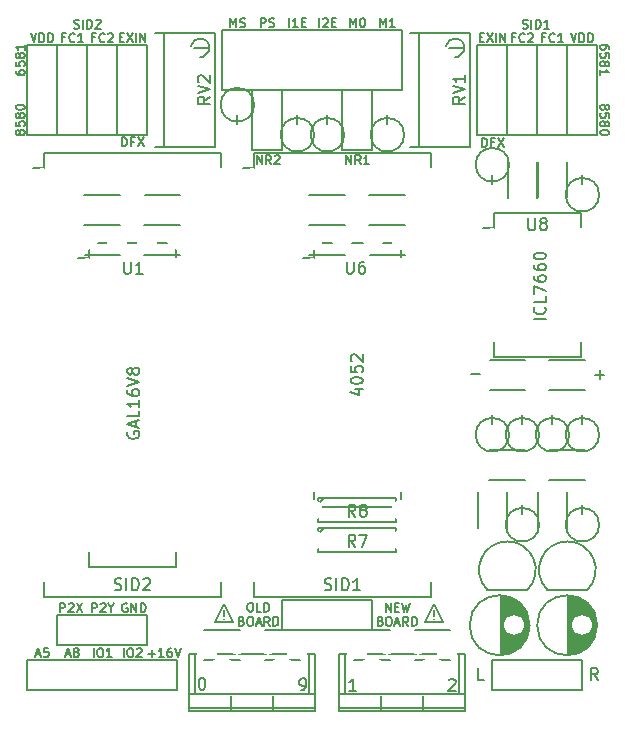
<source format=gto>
G04 #@! TF.FileFunction,Legend,Top*
%FSLAX46Y46*%
G04 Gerber Fmt 4.6, Leading zero omitted, Abs format (unit mm)*
G04 Created by KiCad (PCBNEW 4.0.0-rc2-stable) date 22.03.2016 15:32:23*
%MOMM*%
G01*
G04 APERTURE LIST*
%ADD10C,0.100000*%
%ADD11C,0.150000*%
%ADD12R,1.700000X1.700000*%
%ADD13C,1.700000*%
%ADD14C,1.797000*%
%ADD15O,2.000000X2.000000*%
%ADD16O,2.432000X2.940000*%
%ADD17O,1.299160X1.901140*%
%ADD18C,2.127200*%
%ADD19C,1.924000*%
%ADD20R,2.127200X2.127200*%
%ADD21O,2.127200X2.127200*%
G04 APERTURE END LIST*
D10*
D11*
X159863357Y-117849286D02*
X159863357Y-117099286D01*
X160291929Y-117849286D01*
X160291929Y-117099286D01*
X160649071Y-117456429D02*
X160899071Y-117456429D01*
X161006214Y-117849286D02*
X160649071Y-117849286D01*
X160649071Y-117099286D01*
X161006214Y-117099286D01*
X161256214Y-117099286D02*
X161434785Y-117849286D01*
X161577642Y-117313571D01*
X161720500Y-117849286D01*
X161899071Y-117099286D01*
X159434786Y-118656429D02*
X159541929Y-118692143D01*
X159577644Y-118727857D01*
X159613358Y-118799286D01*
X159613358Y-118906429D01*
X159577644Y-118977857D01*
X159541929Y-119013571D01*
X159470501Y-119049286D01*
X159184786Y-119049286D01*
X159184786Y-118299286D01*
X159434786Y-118299286D01*
X159506215Y-118335000D01*
X159541929Y-118370714D01*
X159577644Y-118442143D01*
X159577644Y-118513571D01*
X159541929Y-118585000D01*
X159506215Y-118620714D01*
X159434786Y-118656429D01*
X159184786Y-118656429D01*
X160077644Y-118299286D02*
X160220501Y-118299286D01*
X160291929Y-118335000D01*
X160363358Y-118406429D01*
X160399072Y-118549286D01*
X160399072Y-118799286D01*
X160363358Y-118942143D01*
X160291929Y-119013571D01*
X160220501Y-119049286D01*
X160077644Y-119049286D01*
X160006215Y-119013571D01*
X159934786Y-118942143D01*
X159899072Y-118799286D01*
X159899072Y-118549286D01*
X159934786Y-118406429D01*
X160006215Y-118335000D01*
X160077644Y-118299286D01*
X160684786Y-118835000D02*
X161041929Y-118835000D01*
X160613358Y-119049286D02*
X160863358Y-118299286D01*
X161113358Y-119049286D01*
X161791929Y-119049286D02*
X161541929Y-118692143D01*
X161363357Y-119049286D02*
X161363357Y-118299286D01*
X161649072Y-118299286D01*
X161720500Y-118335000D01*
X161756215Y-118370714D01*
X161791929Y-118442143D01*
X161791929Y-118549286D01*
X161756215Y-118620714D01*
X161720500Y-118656429D01*
X161649072Y-118692143D01*
X161363357Y-118692143D01*
X162113357Y-119049286D02*
X162113357Y-118299286D01*
X162291929Y-118299286D01*
X162399072Y-118335000D01*
X162470500Y-118406429D01*
X162506215Y-118477857D01*
X162541929Y-118620714D01*
X162541929Y-118727857D01*
X162506215Y-118870714D01*
X162470500Y-118942143D01*
X162399072Y-119013571D01*
X162291929Y-119049286D01*
X162113357Y-119049286D01*
X171468000Y-68439071D02*
X171575143Y-68474786D01*
X171753714Y-68474786D01*
X171825143Y-68439071D01*
X171860857Y-68403357D01*
X171896572Y-68331929D01*
X171896572Y-68260500D01*
X171860857Y-68189071D01*
X171825143Y-68153357D01*
X171753714Y-68117643D01*
X171610857Y-68081929D01*
X171539429Y-68046214D01*
X171503714Y-68010500D01*
X171468000Y-67939071D01*
X171468000Y-67867643D01*
X171503714Y-67796214D01*
X171539429Y-67760500D01*
X171610857Y-67724786D01*
X171789429Y-67724786D01*
X171896572Y-67760500D01*
X172218000Y-68474786D02*
X172218000Y-67724786D01*
X172575143Y-68474786D02*
X172575143Y-67724786D01*
X172753715Y-67724786D01*
X172860858Y-67760500D01*
X172932286Y-67831929D01*
X172968001Y-67903357D01*
X173003715Y-68046214D01*
X173003715Y-68153357D01*
X172968001Y-68296214D01*
X172932286Y-68367643D01*
X172860858Y-68439071D01*
X172753715Y-68474786D01*
X172575143Y-68474786D01*
X173718001Y-68474786D02*
X173289429Y-68474786D01*
X173503715Y-68474786D02*
X173503715Y-67724786D01*
X173432286Y-67831929D01*
X173360858Y-67903357D01*
X173289429Y-67939071D01*
X133495000Y-68439071D02*
X133602143Y-68474786D01*
X133780714Y-68474786D01*
X133852143Y-68439071D01*
X133887857Y-68403357D01*
X133923572Y-68331929D01*
X133923572Y-68260500D01*
X133887857Y-68189071D01*
X133852143Y-68153357D01*
X133780714Y-68117643D01*
X133637857Y-68081929D01*
X133566429Y-68046214D01*
X133530714Y-68010500D01*
X133495000Y-67939071D01*
X133495000Y-67867643D01*
X133530714Y-67796214D01*
X133566429Y-67760500D01*
X133637857Y-67724786D01*
X133816429Y-67724786D01*
X133923572Y-67760500D01*
X134245000Y-68474786D02*
X134245000Y-67724786D01*
X134602143Y-68474786D02*
X134602143Y-67724786D01*
X134780715Y-67724786D01*
X134887858Y-67760500D01*
X134959286Y-67831929D01*
X134995001Y-67903357D01*
X135030715Y-68046214D01*
X135030715Y-68153357D01*
X134995001Y-68296214D01*
X134959286Y-68367643D01*
X134887858Y-68439071D01*
X134780715Y-68474786D01*
X134602143Y-68474786D01*
X135316429Y-67796214D02*
X135352143Y-67760500D01*
X135423572Y-67724786D01*
X135602143Y-67724786D01*
X135673572Y-67760500D01*
X135709286Y-67796214D01*
X135745001Y-67867643D01*
X135745001Y-67939071D01*
X135709286Y-68046214D01*
X135280715Y-68474786D01*
X135745001Y-68474786D01*
X168035000Y-78507786D02*
X168035000Y-77757786D01*
X168213572Y-77757786D01*
X168320715Y-77793500D01*
X168392143Y-77864929D01*
X168427858Y-77936357D01*
X168463572Y-78079214D01*
X168463572Y-78186357D01*
X168427858Y-78329214D01*
X168392143Y-78400643D01*
X168320715Y-78472071D01*
X168213572Y-78507786D01*
X168035000Y-78507786D01*
X169035000Y-78114929D02*
X168785000Y-78114929D01*
X168785000Y-78507786D02*
X168785000Y-77757786D01*
X169142143Y-77757786D01*
X169356429Y-77757786D02*
X169856429Y-78507786D01*
X169856429Y-77757786D02*
X169356429Y-78507786D01*
X178460786Y-75057142D02*
X178496500Y-74985714D01*
X178532214Y-74949999D01*
X178603643Y-74914285D01*
X178639357Y-74914285D01*
X178710786Y-74949999D01*
X178746500Y-74985714D01*
X178782214Y-75057142D01*
X178782214Y-75199999D01*
X178746500Y-75271428D01*
X178710786Y-75307142D01*
X178639357Y-75342857D01*
X178603643Y-75342857D01*
X178532214Y-75307142D01*
X178496500Y-75271428D01*
X178460786Y-75199999D01*
X178460786Y-75057142D01*
X178425071Y-74985714D01*
X178389357Y-74949999D01*
X178317929Y-74914285D01*
X178175071Y-74914285D01*
X178103643Y-74949999D01*
X178067929Y-74985714D01*
X178032214Y-75057142D01*
X178032214Y-75199999D01*
X178067929Y-75271428D01*
X178103643Y-75307142D01*
X178175071Y-75342857D01*
X178317929Y-75342857D01*
X178389357Y-75307142D01*
X178425071Y-75271428D01*
X178460786Y-75199999D01*
X178782214Y-76021428D02*
X178782214Y-75664285D01*
X178425071Y-75628571D01*
X178460786Y-75664285D01*
X178496500Y-75735714D01*
X178496500Y-75914285D01*
X178460786Y-75985714D01*
X178425071Y-76021428D01*
X178353643Y-76057143D01*
X178175071Y-76057143D01*
X178103643Y-76021428D01*
X178067929Y-75985714D01*
X178032214Y-75914285D01*
X178032214Y-75735714D01*
X178067929Y-75664285D01*
X178103643Y-75628571D01*
X178460786Y-76485714D02*
X178496500Y-76414286D01*
X178532214Y-76378571D01*
X178603643Y-76342857D01*
X178639357Y-76342857D01*
X178710786Y-76378571D01*
X178746500Y-76414286D01*
X178782214Y-76485714D01*
X178782214Y-76628571D01*
X178746500Y-76700000D01*
X178710786Y-76735714D01*
X178639357Y-76771429D01*
X178603643Y-76771429D01*
X178532214Y-76735714D01*
X178496500Y-76700000D01*
X178460786Y-76628571D01*
X178460786Y-76485714D01*
X178425071Y-76414286D01*
X178389357Y-76378571D01*
X178317929Y-76342857D01*
X178175071Y-76342857D01*
X178103643Y-76378571D01*
X178067929Y-76414286D01*
X178032214Y-76485714D01*
X178032214Y-76628571D01*
X178067929Y-76700000D01*
X178103643Y-76735714D01*
X178175071Y-76771429D01*
X178317929Y-76771429D01*
X178389357Y-76735714D01*
X178425071Y-76700000D01*
X178460786Y-76628571D01*
X178782214Y-77235715D02*
X178782214Y-77307143D01*
X178746500Y-77378572D01*
X178710786Y-77414286D01*
X178639357Y-77450000D01*
X178496500Y-77485715D01*
X178317929Y-77485715D01*
X178175071Y-77450000D01*
X178103643Y-77414286D01*
X178067929Y-77378572D01*
X178032214Y-77307143D01*
X178032214Y-77235715D01*
X178067929Y-77164286D01*
X178103643Y-77128572D01*
X178175071Y-77092857D01*
X178317929Y-77057143D01*
X178496500Y-77057143D01*
X178639357Y-77092857D01*
X178710786Y-77128572D01*
X178746500Y-77164286D01*
X178782214Y-77235715D01*
X178782214Y-70191428D02*
X178782214Y-70048571D01*
X178746500Y-69977142D01*
X178710786Y-69941428D01*
X178603643Y-69869999D01*
X178460786Y-69834285D01*
X178175071Y-69834285D01*
X178103643Y-69869999D01*
X178067929Y-69905714D01*
X178032214Y-69977142D01*
X178032214Y-70119999D01*
X178067929Y-70191428D01*
X178103643Y-70227142D01*
X178175071Y-70262857D01*
X178353643Y-70262857D01*
X178425071Y-70227142D01*
X178460786Y-70191428D01*
X178496500Y-70119999D01*
X178496500Y-69977142D01*
X178460786Y-69905714D01*
X178425071Y-69869999D01*
X178353643Y-69834285D01*
X178782214Y-70941428D02*
X178782214Y-70584285D01*
X178425071Y-70548571D01*
X178460786Y-70584285D01*
X178496500Y-70655714D01*
X178496500Y-70834285D01*
X178460786Y-70905714D01*
X178425071Y-70941428D01*
X178353643Y-70977143D01*
X178175071Y-70977143D01*
X178103643Y-70941428D01*
X178067929Y-70905714D01*
X178032214Y-70834285D01*
X178032214Y-70655714D01*
X178067929Y-70584285D01*
X178103643Y-70548571D01*
X178460786Y-71405714D02*
X178496500Y-71334286D01*
X178532214Y-71298571D01*
X178603643Y-71262857D01*
X178639357Y-71262857D01*
X178710786Y-71298571D01*
X178746500Y-71334286D01*
X178782214Y-71405714D01*
X178782214Y-71548571D01*
X178746500Y-71620000D01*
X178710786Y-71655714D01*
X178639357Y-71691429D01*
X178603643Y-71691429D01*
X178532214Y-71655714D01*
X178496500Y-71620000D01*
X178460786Y-71548571D01*
X178460786Y-71405714D01*
X178425071Y-71334286D01*
X178389357Y-71298571D01*
X178317929Y-71262857D01*
X178175071Y-71262857D01*
X178103643Y-71298571D01*
X178067929Y-71334286D01*
X178032214Y-71405714D01*
X178032214Y-71548571D01*
X178067929Y-71620000D01*
X178103643Y-71655714D01*
X178175071Y-71691429D01*
X178317929Y-71691429D01*
X178389357Y-71655714D01*
X178425071Y-71620000D01*
X178460786Y-71548571D01*
X178032214Y-72405715D02*
X178032214Y-71977143D01*
X178032214Y-72191429D02*
X178782214Y-72191429D01*
X178675071Y-72120000D01*
X178603643Y-72048572D01*
X178567929Y-71977143D01*
X170825000Y-69224929D02*
X170575000Y-69224929D01*
X170575000Y-69617786D02*
X170575000Y-68867786D01*
X170932143Y-68867786D01*
X171646429Y-69546357D02*
X171610715Y-69582071D01*
X171503572Y-69617786D01*
X171432143Y-69617786D01*
X171325000Y-69582071D01*
X171253572Y-69510643D01*
X171217857Y-69439214D01*
X171182143Y-69296357D01*
X171182143Y-69189214D01*
X171217857Y-69046357D01*
X171253572Y-68974929D01*
X171325000Y-68903500D01*
X171432143Y-68867786D01*
X171503572Y-68867786D01*
X171610715Y-68903500D01*
X171646429Y-68939214D01*
X171932143Y-68939214D02*
X171967857Y-68903500D01*
X172039286Y-68867786D01*
X172217857Y-68867786D01*
X172289286Y-68903500D01*
X172325000Y-68939214D01*
X172360715Y-69010643D01*
X172360715Y-69082071D01*
X172325000Y-69189214D01*
X171896429Y-69617786D01*
X172360715Y-69617786D01*
X173365000Y-69224929D02*
X173115000Y-69224929D01*
X173115000Y-69617786D02*
X173115000Y-68867786D01*
X173472143Y-68867786D01*
X174186429Y-69546357D02*
X174150715Y-69582071D01*
X174043572Y-69617786D01*
X173972143Y-69617786D01*
X173865000Y-69582071D01*
X173793572Y-69510643D01*
X173757857Y-69439214D01*
X173722143Y-69296357D01*
X173722143Y-69189214D01*
X173757857Y-69046357D01*
X173793572Y-68974929D01*
X173865000Y-68903500D01*
X173972143Y-68867786D01*
X174043572Y-68867786D01*
X174150715Y-68903500D01*
X174186429Y-68939214D01*
X174900715Y-69617786D02*
X174472143Y-69617786D01*
X174686429Y-69617786D02*
X174686429Y-68867786D01*
X174615000Y-68974929D01*
X174543572Y-69046357D01*
X174472143Y-69082071D01*
X175530001Y-68867786D02*
X175780001Y-69617786D01*
X176030001Y-68867786D01*
X176280000Y-69617786D02*
X176280000Y-68867786D01*
X176458572Y-68867786D01*
X176565715Y-68903500D01*
X176637143Y-68974929D01*
X176672858Y-69046357D01*
X176708572Y-69189214D01*
X176708572Y-69296357D01*
X176672858Y-69439214D01*
X176637143Y-69510643D01*
X176565715Y-69582071D01*
X176458572Y-69617786D01*
X176280000Y-69617786D01*
X177030000Y-69617786D02*
X177030000Y-68867786D01*
X177208572Y-68867786D01*
X177315715Y-68903500D01*
X177387143Y-68974929D01*
X177422858Y-69046357D01*
X177458572Y-69189214D01*
X177458572Y-69296357D01*
X177422858Y-69439214D01*
X177387143Y-69510643D01*
X177315715Y-69582071D01*
X177208572Y-69617786D01*
X177030000Y-69617786D01*
X156533571Y-79968286D02*
X156533571Y-79218286D01*
X156962143Y-79968286D01*
X156962143Y-79218286D01*
X157747857Y-79968286D02*
X157497857Y-79611143D01*
X157319285Y-79968286D02*
X157319285Y-79218286D01*
X157605000Y-79218286D01*
X157676428Y-79254000D01*
X157712143Y-79289714D01*
X157747857Y-79361143D01*
X157747857Y-79468286D01*
X157712143Y-79539714D01*
X157676428Y-79575429D01*
X157605000Y-79611143D01*
X157319285Y-79611143D01*
X158462143Y-79968286D02*
X158033571Y-79968286D01*
X158247857Y-79968286D02*
X158247857Y-79218286D01*
X158176428Y-79325429D01*
X158105000Y-79396857D01*
X158033571Y-79432571D01*
X148977071Y-79968286D02*
X148977071Y-79218286D01*
X149405643Y-79968286D01*
X149405643Y-79218286D01*
X150191357Y-79968286D02*
X149941357Y-79611143D01*
X149762785Y-79968286D02*
X149762785Y-79218286D01*
X150048500Y-79218286D01*
X150119928Y-79254000D01*
X150155643Y-79289714D01*
X150191357Y-79361143D01*
X150191357Y-79468286D01*
X150155643Y-79539714D01*
X150119928Y-79575429D01*
X150048500Y-79611143D01*
X149762785Y-79611143D01*
X150477071Y-79289714D02*
X150512785Y-79254000D01*
X150584214Y-79218286D01*
X150762785Y-79218286D01*
X150834214Y-79254000D01*
X150869928Y-79289714D01*
X150905643Y-79361143D01*
X150905643Y-79432571D01*
X150869928Y-79539714D01*
X150441357Y-79968286D01*
X150905643Y-79968286D01*
X167820714Y-69224929D02*
X168070714Y-69224929D01*
X168177857Y-69617786D02*
X167820714Y-69617786D01*
X167820714Y-68867786D01*
X168177857Y-68867786D01*
X168427857Y-68867786D02*
X168927857Y-69617786D01*
X168927857Y-68867786D02*
X168427857Y-69617786D01*
X169213571Y-69617786D02*
X169213571Y-68867786D01*
X169570714Y-69617786D02*
X169570714Y-68867786D01*
X169999286Y-69617786D01*
X169999286Y-68867786D01*
X137555000Y-78444286D02*
X137555000Y-77694286D01*
X137733572Y-77694286D01*
X137840715Y-77730000D01*
X137912143Y-77801429D01*
X137947858Y-77872857D01*
X137983572Y-78015714D01*
X137983572Y-78122857D01*
X137947858Y-78265714D01*
X137912143Y-78337143D01*
X137840715Y-78408571D01*
X137733572Y-78444286D01*
X137555000Y-78444286D01*
X138555000Y-78051429D02*
X138305000Y-78051429D01*
X138305000Y-78444286D02*
X138305000Y-77694286D01*
X138662143Y-77694286D01*
X138876429Y-77694286D02*
X139376429Y-78444286D01*
X139376429Y-77694286D02*
X138876429Y-78444286D01*
X137340714Y-69224929D02*
X137590714Y-69224929D01*
X137697857Y-69617786D02*
X137340714Y-69617786D01*
X137340714Y-68867786D01*
X137697857Y-68867786D01*
X137947857Y-68867786D02*
X138447857Y-69617786D01*
X138447857Y-68867786D02*
X137947857Y-69617786D01*
X138733571Y-69617786D02*
X138733571Y-68867786D01*
X139090714Y-69617786D02*
X139090714Y-68867786D01*
X139519286Y-69617786D01*
X139519286Y-68867786D01*
X135265000Y-69224929D02*
X135015000Y-69224929D01*
X135015000Y-69617786D02*
X135015000Y-68867786D01*
X135372143Y-68867786D01*
X136086429Y-69546357D02*
X136050715Y-69582071D01*
X135943572Y-69617786D01*
X135872143Y-69617786D01*
X135765000Y-69582071D01*
X135693572Y-69510643D01*
X135657857Y-69439214D01*
X135622143Y-69296357D01*
X135622143Y-69189214D01*
X135657857Y-69046357D01*
X135693572Y-68974929D01*
X135765000Y-68903500D01*
X135872143Y-68867786D01*
X135943572Y-68867786D01*
X136050715Y-68903500D01*
X136086429Y-68939214D01*
X136372143Y-68939214D02*
X136407857Y-68903500D01*
X136479286Y-68867786D01*
X136657857Y-68867786D01*
X136729286Y-68903500D01*
X136765000Y-68939214D01*
X136800715Y-69010643D01*
X136800715Y-69082071D01*
X136765000Y-69189214D01*
X136336429Y-69617786D01*
X136800715Y-69617786D01*
X132725000Y-69224929D02*
X132475000Y-69224929D01*
X132475000Y-69617786D02*
X132475000Y-68867786D01*
X132832143Y-68867786D01*
X133546429Y-69546357D02*
X133510715Y-69582071D01*
X133403572Y-69617786D01*
X133332143Y-69617786D01*
X133225000Y-69582071D01*
X133153572Y-69510643D01*
X133117857Y-69439214D01*
X133082143Y-69296357D01*
X133082143Y-69189214D01*
X133117857Y-69046357D01*
X133153572Y-68974929D01*
X133225000Y-68903500D01*
X133332143Y-68867786D01*
X133403572Y-68867786D01*
X133510715Y-68903500D01*
X133546429Y-68939214D01*
X134260715Y-69617786D02*
X133832143Y-69617786D01*
X134046429Y-69617786D02*
X134046429Y-68867786D01*
X133975000Y-68974929D01*
X133903572Y-69046357D01*
X133832143Y-69082071D01*
X129810001Y-68867786D02*
X130060001Y-69617786D01*
X130310001Y-68867786D01*
X130560000Y-69617786D02*
X130560000Y-68867786D01*
X130738572Y-68867786D01*
X130845715Y-68903500D01*
X130917143Y-68974929D01*
X130952858Y-69046357D01*
X130988572Y-69189214D01*
X130988572Y-69296357D01*
X130952858Y-69439214D01*
X130917143Y-69510643D01*
X130845715Y-69582071D01*
X130738572Y-69617786D01*
X130560000Y-69617786D01*
X131310000Y-69617786D02*
X131310000Y-68867786D01*
X131488572Y-68867786D01*
X131595715Y-68903500D01*
X131667143Y-68974929D01*
X131702858Y-69046357D01*
X131738572Y-69189214D01*
X131738572Y-69296357D01*
X131702858Y-69439214D01*
X131667143Y-69510643D01*
X131595715Y-69582071D01*
X131488572Y-69617786D01*
X131310000Y-69617786D01*
X128879214Y-77342858D02*
X128843500Y-77414286D01*
X128807786Y-77450001D01*
X128736357Y-77485715D01*
X128700643Y-77485715D01*
X128629214Y-77450001D01*
X128593500Y-77414286D01*
X128557786Y-77342858D01*
X128557786Y-77200001D01*
X128593500Y-77128572D01*
X128629214Y-77092858D01*
X128700643Y-77057143D01*
X128736357Y-77057143D01*
X128807786Y-77092858D01*
X128843500Y-77128572D01*
X128879214Y-77200001D01*
X128879214Y-77342858D01*
X128914929Y-77414286D01*
X128950643Y-77450001D01*
X129022071Y-77485715D01*
X129164929Y-77485715D01*
X129236357Y-77450001D01*
X129272071Y-77414286D01*
X129307786Y-77342858D01*
X129307786Y-77200001D01*
X129272071Y-77128572D01*
X129236357Y-77092858D01*
X129164929Y-77057143D01*
X129022071Y-77057143D01*
X128950643Y-77092858D01*
X128914929Y-77128572D01*
X128879214Y-77200001D01*
X128557786Y-76378572D02*
X128557786Y-76735715D01*
X128914929Y-76771429D01*
X128879214Y-76735715D01*
X128843500Y-76664286D01*
X128843500Y-76485715D01*
X128879214Y-76414286D01*
X128914929Y-76378572D01*
X128986357Y-76342857D01*
X129164929Y-76342857D01*
X129236357Y-76378572D01*
X129272071Y-76414286D01*
X129307786Y-76485715D01*
X129307786Y-76664286D01*
X129272071Y-76735715D01*
X129236357Y-76771429D01*
X128879214Y-75914286D02*
X128843500Y-75985714D01*
X128807786Y-76021429D01*
X128736357Y-76057143D01*
X128700643Y-76057143D01*
X128629214Y-76021429D01*
X128593500Y-75985714D01*
X128557786Y-75914286D01*
X128557786Y-75771429D01*
X128593500Y-75700000D01*
X128629214Y-75664286D01*
X128700643Y-75628571D01*
X128736357Y-75628571D01*
X128807786Y-75664286D01*
X128843500Y-75700000D01*
X128879214Y-75771429D01*
X128879214Y-75914286D01*
X128914929Y-75985714D01*
X128950643Y-76021429D01*
X129022071Y-76057143D01*
X129164929Y-76057143D01*
X129236357Y-76021429D01*
X129272071Y-75985714D01*
X129307786Y-75914286D01*
X129307786Y-75771429D01*
X129272071Y-75700000D01*
X129236357Y-75664286D01*
X129164929Y-75628571D01*
X129022071Y-75628571D01*
X128950643Y-75664286D01*
X128914929Y-75700000D01*
X128879214Y-75771429D01*
X128557786Y-75164285D02*
X128557786Y-75092857D01*
X128593500Y-75021428D01*
X128629214Y-74985714D01*
X128700643Y-74950000D01*
X128843500Y-74914285D01*
X129022071Y-74914285D01*
X129164929Y-74950000D01*
X129236357Y-74985714D01*
X129272071Y-75021428D01*
X129307786Y-75092857D01*
X129307786Y-75164285D01*
X129272071Y-75235714D01*
X129236357Y-75271428D01*
X129164929Y-75307143D01*
X129022071Y-75342857D01*
X128843500Y-75342857D01*
X128700643Y-75307143D01*
X128629214Y-75271428D01*
X128593500Y-75235714D01*
X128557786Y-75164285D01*
X128557786Y-72048572D02*
X128557786Y-72191429D01*
X128593500Y-72262858D01*
X128629214Y-72298572D01*
X128736357Y-72370001D01*
X128879214Y-72405715D01*
X129164929Y-72405715D01*
X129236357Y-72370001D01*
X129272071Y-72334286D01*
X129307786Y-72262858D01*
X129307786Y-72120001D01*
X129272071Y-72048572D01*
X129236357Y-72012858D01*
X129164929Y-71977143D01*
X128986357Y-71977143D01*
X128914929Y-72012858D01*
X128879214Y-72048572D01*
X128843500Y-72120001D01*
X128843500Y-72262858D01*
X128879214Y-72334286D01*
X128914929Y-72370001D01*
X128986357Y-72405715D01*
X128557786Y-71298572D02*
X128557786Y-71655715D01*
X128914929Y-71691429D01*
X128879214Y-71655715D01*
X128843500Y-71584286D01*
X128843500Y-71405715D01*
X128879214Y-71334286D01*
X128914929Y-71298572D01*
X128986357Y-71262857D01*
X129164929Y-71262857D01*
X129236357Y-71298572D01*
X129272071Y-71334286D01*
X129307786Y-71405715D01*
X129307786Y-71584286D01*
X129272071Y-71655715D01*
X129236357Y-71691429D01*
X128879214Y-70834286D02*
X128843500Y-70905714D01*
X128807786Y-70941429D01*
X128736357Y-70977143D01*
X128700643Y-70977143D01*
X128629214Y-70941429D01*
X128593500Y-70905714D01*
X128557786Y-70834286D01*
X128557786Y-70691429D01*
X128593500Y-70620000D01*
X128629214Y-70584286D01*
X128700643Y-70548571D01*
X128736357Y-70548571D01*
X128807786Y-70584286D01*
X128843500Y-70620000D01*
X128879214Y-70691429D01*
X128879214Y-70834286D01*
X128914929Y-70905714D01*
X128950643Y-70941429D01*
X129022071Y-70977143D01*
X129164929Y-70977143D01*
X129236357Y-70941429D01*
X129272071Y-70905714D01*
X129307786Y-70834286D01*
X129307786Y-70691429D01*
X129272071Y-70620000D01*
X129236357Y-70584286D01*
X129164929Y-70548571D01*
X129022071Y-70548571D01*
X128950643Y-70584286D01*
X128914929Y-70620000D01*
X128879214Y-70691429D01*
X129307786Y-69834285D02*
X129307786Y-70262857D01*
X129307786Y-70048571D02*
X128557786Y-70048571D01*
X128664929Y-70120000D01*
X128736357Y-70191428D01*
X128772071Y-70262857D01*
X137985572Y-117163500D02*
X137914143Y-117127786D01*
X137807000Y-117127786D01*
X137699857Y-117163500D01*
X137628429Y-117234929D01*
X137592714Y-117306357D01*
X137557000Y-117449214D01*
X137557000Y-117556357D01*
X137592714Y-117699214D01*
X137628429Y-117770643D01*
X137699857Y-117842071D01*
X137807000Y-117877786D01*
X137878429Y-117877786D01*
X137985572Y-117842071D01*
X138021286Y-117806357D01*
X138021286Y-117556357D01*
X137878429Y-117556357D01*
X138342714Y-117877786D02*
X138342714Y-117127786D01*
X138771286Y-117877786D01*
X138771286Y-117127786D01*
X139128428Y-117877786D02*
X139128428Y-117127786D01*
X139307000Y-117127786D01*
X139414143Y-117163500D01*
X139485571Y-117234929D01*
X139521286Y-117306357D01*
X139557000Y-117449214D01*
X139557000Y-117556357D01*
X139521286Y-117699214D01*
X139485571Y-117770643D01*
X139414143Y-117842071D01*
X139307000Y-117877786D01*
X139128428Y-117877786D01*
X135015000Y-117877786D02*
X135015000Y-117127786D01*
X135300715Y-117127786D01*
X135372143Y-117163500D01*
X135407858Y-117199214D01*
X135443572Y-117270643D01*
X135443572Y-117377786D01*
X135407858Y-117449214D01*
X135372143Y-117484929D01*
X135300715Y-117520643D01*
X135015000Y-117520643D01*
X135729286Y-117199214D02*
X135765000Y-117163500D01*
X135836429Y-117127786D01*
X136015000Y-117127786D01*
X136086429Y-117163500D01*
X136122143Y-117199214D01*
X136157858Y-117270643D01*
X136157858Y-117342071D01*
X136122143Y-117449214D01*
X135693572Y-117877786D01*
X136157858Y-117877786D01*
X136622144Y-117520643D02*
X136622144Y-117877786D01*
X136372144Y-117127786D02*
X136622144Y-117520643D01*
X136872144Y-117127786D01*
X132312285Y-117877786D02*
X132312285Y-117127786D01*
X132598000Y-117127786D01*
X132669428Y-117163500D01*
X132705143Y-117199214D01*
X132740857Y-117270643D01*
X132740857Y-117377786D01*
X132705143Y-117449214D01*
X132669428Y-117484929D01*
X132598000Y-117520643D01*
X132312285Y-117520643D01*
X133026571Y-117199214D02*
X133062285Y-117163500D01*
X133133714Y-117127786D01*
X133312285Y-117127786D01*
X133383714Y-117163500D01*
X133419428Y-117199214D01*
X133455143Y-117270643D01*
X133455143Y-117342071D01*
X133419428Y-117449214D01*
X132990857Y-117877786D01*
X133455143Y-117877786D01*
X133705143Y-117127786D02*
X134205143Y-117877786D01*
X134205143Y-117127786D02*
X133705143Y-117877786D01*
X139775571Y-121402071D02*
X140347000Y-121402071D01*
X140061286Y-121687786D02*
X140061286Y-121116357D01*
X141097000Y-121687786D02*
X140668428Y-121687786D01*
X140882714Y-121687786D02*
X140882714Y-120937786D01*
X140811285Y-121044929D01*
X140739857Y-121116357D01*
X140668428Y-121152071D01*
X141739857Y-120937786D02*
X141597000Y-120937786D01*
X141525571Y-120973500D01*
X141489857Y-121009214D01*
X141418428Y-121116357D01*
X141382714Y-121259214D01*
X141382714Y-121544929D01*
X141418428Y-121616357D01*
X141454143Y-121652071D01*
X141525571Y-121687786D01*
X141668428Y-121687786D01*
X141739857Y-121652071D01*
X141775571Y-121616357D01*
X141811286Y-121544929D01*
X141811286Y-121366357D01*
X141775571Y-121294929D01*
X141739857Y-121259214D01*
X141668428Y-121223500D01*
X141525571Y-121223500D01*
X141454143Y-121259214D01*
X141418428Y-121294929D01*
X141382714Y-121366357D01*
X142025572Y-120937786D02*
X142275572Y-121687786D01*
X142525572Y-120937786D01*
X137680000Y-121687786D02*
X137680000Y-120937786D01*
X138180001Y-120937786D02*
X138322858Y-120937786D01*
X138394286Y-120973500D01*
X138465715Y-121044929D01*
X138501429Y-121187786D01*
X138501429Y-121437786D01*
X138465715Y-121580643D01*
X138394286Y-121652071D01*
X138322858Y-121687786D01*
X138180001Y-121687786D01*
X138108572Y-121652071D01*
X138037143Y-121580643D01*
X138001429Y-121437786D01*
X138001429Y-121187786D01*
X138037143Y-121044929D01*
X138108572Y-120973500D01*
X138180001Y-120937786D01*
X138787143Y-121009214D02*
X138822857Y-120973500D01*
X138894286Y-120937786D01*
X139072857Y-120937786D01*
X139144286Y-120973500D01*
X139180000Y-121009214D01*
X139215715Y-121080643D01*
X139215715Y-121152071D01*
X139180000Y-121259214D01*
X138751429Y-121687786D01*
X139215715Y-121687786D01*
X135140000Y-121687786D02*
X135140000Y-120937786D01*
X135640001Y-120937786D02*
X135782858Y-120937786D01*
X135854286Y-120973500D01*
X135925715Y-121044929D01*
X135961429Y-121187786D01*
X135961429Y-121437786D01*
X135925715Y-121580643D01*
X135854286Y-121652071D01*
X135782858Y-121687786D01*
X135640001Y-121687786D01*
X135568572Y-121652071D01*
X135497143Y-121580643D01*
X135461429Y-121437786D01*
X135461429Y-121187786D01*
X135497143Y-121044929D01*
X135568572Y-120973500D01*
X135640001Y-120937786D01*
X136675715Y-121687786D02*
X136247143Y-121687786D01*
X136461429Y-121687786D02*
X136461429Y-120937786D01*
X136390000Y-121044929D01*
X136318572Y-121116357D01*
X136247143Y-121152071D01*
X132814286Y-121473500D02*
X133171429Y-121473500D01*
X132742858Y-121687786D02*
X132992858Y-120937786D01*
X133242858Y-121687786D01*
X133600000Y-121259214D02*
X133528572Y-121223500D01*
X133492857Y-121187786D01*
X133457143Y-121116357D01*
X133457143Y-121080643D01*
X133492857Y-121009214D01*
X133528572Y-120973500D01*
X133600000Y-120937786D01*
X133742857Y-120937786D01*
X133814286Y-120973500D01*
X133850000Y-121009214D01*
X133885715Y-121080643D01*
X133885715Y-121116357D01*
X133850000Y-121187786D01*
X133814286Y-121223500D01*
X133742857Y-121259214D01*
X133600000Y-121259214D01*
X133528572Y-121294929D01*
X133492857Y-121330643D01*
X133457143Y-121402071D01*
X133457143Y-121544929D01*
X133492857Y-121616357D01*
X133528572Y-121652071D01*
X133600000Y-121687786D01*
X133742857Y-121687786D01*
X133814286Y-121652071D01*
X133850000Y-121616357D01*
X133885715Y-121544929D01*
X133885715Y-121402071D01*
X133850000Y-121330643D01*
X133814286Y-121294929D01*
X133742857Y-121259214D01*
X130274286Y-121473500D02*
X130631429Y-121473500D01*
X130202858Y-121687786D02*
X130452858Y-120937786D01*
X130702858Y-121687786D01*
X131310000Y-120937786D02*
X130952857Y-120937786D01*
X130917143Y-121294929D01*
X130952857Y-121259214D01*
X131024286Y-121223500D01*
X131202857Y-121223500D01*
X131274286Y-121259214D01*
X131310000Y-121294929D01*
X131345715Y-121366357D01*
X131345715Y-121544929D01*
X131310000Y-121616357D01*
X131274286Y-121652071D01*
X131202857Y-121687786D01*
X131024286Y-121687786D01*
X130952857Y-121652071D01*
X130917143Y-121616357D01*
X159412857Y-68347786D02*
X159412857Y-67597786D01*
X159662857Y-68133500D01*
X159912857Y-67597786D01*
X159912857Y-68347786D01*
X160662858Y-68347786D02*
X160234286Y-68347786D01*
X160448572Y-68347786D02*
X160448572Y-67597786D01*
X160377143Y-67704929D01*
X160305715Y-67776357D01*
X160234286Y-67812071D01*
X156872857Y-68347786D02*
X156872857Y-67597786D01*
X157122857Y-68133500D01*
X157372857Y-67597786D01*
X157372857Y-68347786D01*
X157872858Y-67597786D02*
X157944286Y-67597786D01*
X158015715Y-67633500D01*
X158051429Y-67669214D01*
X158087143Y-67740643D01*
X158122858Y-67883500D01*
X158122858Y-68062071D01*
X158087143Y-68204929D01*
X158051429Y-68276357D01*
X158015715Y-68312071D01*
X157944286Y-68347786D01*
X157872858Y-68347786D01*
X157801429Y-68312071D01*
X157765715Y-68276357D01*
X157730000Y-68204929D01*
X157694286Y-68062071D01*
X157694286Y-67883500D01*
X157730000Y-67740643D01*
X157765715Y-67669214D01*
X157801429Y-67633500D01*
X157872858Y-67597786D01*
X154243571Y-68347786D02*
X154243571Y-67597786D01*
X154565000Y-67669214D02*
X154600714Y-67633500D01*
X154672143Y-67597786D01*
X154850714Y-67597786D01*
X154922143Y-67633500D01*
X154957857Y-67669214D01*
X154993572Y-67740643D01*
X154993572Y-67812071D01*
X154957857Y-67919214D01*
X154529286Y-68347786D01*
X154993572Y-68347786D01*
X155315000Y-67954929D02*
X155565000Y-67954929D01*
X155672143Y-68347786D02*
X155315000Y-68347786D01*
X155315000Y-67597786D01*
X155672143Y-67597786D01*
X151703571Y-68347786D02*
X151703571Y-67597786D01*
X152453572Y-68347786D02*
X152025000Y-68347786D01*
X152239286Y-68347786D02*
X152239286Y-67597786D01*
X152167857Y-67704929D01*
X152096429Y-67776357D01*
X152025000Y-67812071D01*
X152775000Y-67954929D02*
X153025000Y-67954929D01*
X153132143Y-68347786D02*
X152775000Y-68347786D01*
X152775000Y-67597786D01*
X153132143Y-67597786D01*
X149306428Y-68347786D02*
X149306428Y-67597786D01*
X149592143Y-67597786D01*
X149663571Y-67633500D01*
X149699286Y-67669214D01*
X149735000Y-67740643D01*
X149735000Y-67847786D01*
X149699286Y-67919214D01*
X149663571Y-67954929D01*
X149592143Y-67990643D01*
X149306428Y-67990643D01*
X150020714Y-68312071D02*
X150127857Y-68347786D01*
X150306428Y-68347786D01*
X150377857Y-68312071D01*
X150413571Y-68276357D01*
X150449286Y-68204929D01*
X150449286Y-68133500D01*
X150413571Y-68062071D01*
X150377857Y-68026357D01*
X150306428Y-67990643D01*
X150163571Y-67954929D01*
X150092143Y-67919214D01*
X150056428Y-67883500D01*
X150020714Y-67812071D01*
X150020714Y-67740643D01*
X150056428Y-67669214D01*
X150092143Y-67633500D01*
X150163571Y-67597786D01*
X150342143Y-67597786D01*
X150449286Y-67633500D01*
X146712857Y-68347786D02*
X146712857Y-67597786D01*
X146962857Y-68133500D01*
X147212857Y-67597786D01*
X147212857Y-68347786D01*
X147534286Y-68312071D02*
X147641429Y-68347786D01*
X147820000Y-68347786D01*
X147891429Y-68312071D01*
X147927143Y-68276357D01*
X147962858Y-68204929D01*
X147962858Y-68133500D01*
X147927143Y-68062071D01*
X147891429Y-68026357D01*
X147820000Y-67990643D01*
X147677143Y-67954929D01*
X147605715Y-67919214D01*
X147570000Y-67883500D01*
X147534286Y-67812071D01*
X147534286Y-67740643D01*
X147570000Y-67669214D01*
X147605715Y-67633500D01*
X147677143Y-67597786D01*
X147855715Y-67597786D01*
X147962858Y-67633500D01*
X177855524Y-123642381D02*
X177522190Y-123166190D01*
X177284095Y-123642381D02*
X177284095Y-122642381D01*
X177665048Y-122642381D01*
X177760286Y-122690000D01*
X177807905Y-122737619D01*
X177855524Y-122832857D01*
X177855524Y-122975714D01*
X177807905Y-123070952D01*
X177760286Y-123118571D01*
X177665048Y-123166190D01*
X177284095Y-123166190D01*
X168203524Y-123642381D02*
X167727333Y-123642381D01*
X167727333Y-122642381D01*
X144275181Y-123455181D02*
X144370420Y-123455181D01*
X144465658Y-123502800D01*
X144513277Y-123550419D01*
X144560896Y-123645657D01*
X144608515Y-123836133D01*
X144608515Y-124074229D01*
X144560896Y-124264705D01*
X144513277Y-124359943D01*
X144465658Y-124407562D01*
X144370420Y-124455181D01*
X144275181Y-124455181D01*
X144179943Y-124407562D01*
X144132324Y-124359943D01*
X144084705Y-124264705D01*
X144037086Y-124074229D01*
X144037086Y-123836133D01*
X144084705Y-123645657D01*
X144132324Y-123550419D01*
X144179943Y-123502800D01*
X144275181Y-123455181D01*
X157359315Y-124556781D02*
X156787886Y-124556781D01*
X157073600Y-124556781D02*
X157073600Y-123556781D01*
X156978362Y-123699638D01*
X156883124Y-123794876D01*
X156787886Y-123842495D01*
X165220686Y-123652019D02*
X165268305Y-123604400D01*
X165363543Y-123556781D01*
X165601639Y-123556781D01*
X165696877Y-123604400D01*
X165744496Y-123652019D01*
X165792115Y-123747257D01*
X165792115Y-123842495D01*
X165744496Y-123985352D01*
X165173067Y-124556781D01*
X165792115Y-124556781D01*
X152666724Y-124505981D02*
X152857200Y-124505981D01*
X152952439Y-124458362D01*
X153000058Y-124410743D01*
X153095296Y-124267886D01*
X153142915Y-124077410D01*
X153142915Y-123696457D01*
X153095296Y-123601219D01*
X153047677Y-123553600D01*
X152952439Y-123505981D01*
X152761962Y-123505981D01*
X152666724Y-123553600D01*
X152619105Y-123601219D01*
X152571486Y-123696457D01*
X152571486Y-123934552D01*
X152619105Y-124029790D01*
X152666724Y-124077410D01*
X152761962Y-124125029D01*
X152952439Y-124125029D01*
X153047677Y-124077410D01*
X153095296Y-124029790D01*
X153142915Y-123934552D01*
X167106648Y-97759829D02*
X167868553Y-97759829D01*
X177622248Y-97810629D02*
X178384153Y-97810629D01*
X178003201Y-98191581D02*
X178003201Y-97429676D01*
X148348001Y-117099286D02*
X148490858Y-117099286D01*
X148562286Y-117135000D01*
X148633715Y-117206429D01*
X148669429Y-117349286D01*
X148669429Y-117599286D01*
X148633715Y-117742143D01*
X148562286Y-117813571D01*
X148490858Y-117849286D01*
X148348001Y-117849286D01*
X148276572Y-117813571D01*
X148205143Y-117742143D01*
X148169429Y-117599286D01*
X148169429Y-117349286D01*
X148205143Y-117206429D01*
X148276572Y-117135000D01*
X148348001Y-117099286D01*
X149348000Y-117849286D02*
X148990857Y-117849286D01*
X148990857Y-117099286D01*
X149598000Y-117849286D02*
X149598000Y-117099286D01*
X149776572Y-117099286D01*
X149883715Y-117135000D01*
X149955143Y-117206429D01*
X149990858Y-117277857D01*
X150026572Y-117420714D01*
X150026572Y-117527857D01*
X149990858Y-117670714D01*
X149955143Y-117742143D01*
X149883715Y-117813571D01*
X149776572Y-117849286D01*
X149598000Y-117849286D01*
X147687286Y-118656429D02*
X147794429Y-118692143D01*
X147830144Y-118727857D01*
X147865858Y-118799286D01*
X147865858Y-118906429D01*
X147830144Y-118977857D01*
X147794429Y-119013571D01*
X147723001Y-119049286D01*
X147437286Y-119049286D01*
X147437286Y-118299286D01*
X147687286Y-118299286D01*
X147758715Y-118335000D01*
X147794429Y-118370714D01*
X147830144Y-118442143D01*
X147830144Y-118513571D01*
X147794429Y-118585000D01*
X147758715Y-118620714D01*
X147687286Y-118656429D01*
X147437286Y-118656429D01*
X148330144Y-118299286D02*
X148473001Y-118299286D01*
X148544429Y-118335000D01*
X148615858Y-118406429D01*
X148651572Y-118549286D01*
X148651572Y-118799286D01*
X148615858Y-118942143D01*
X148544429Y-119013571D01*
X148473001Y-119049286D01*
X148330144Y-119049286D01*
X148258715Y-119013571D01*
X148187286Y-118942143D01*
X148151572Y-118799286D01*
X148151572Y-118549286D01*
X148187286Y-118406429D01*
X148258715Y-118335000D01*
X148330144Y-118299286D01*
X148937286Y-118835000D02*
X149294429Y-118835000D01*
X148865858Y-119049286D02*
X149115858Y-118299286D01*
X149365858Y-119049286D01*
X150044429Y-119049286D02*
X149794429Y-118692143D01*
X149615857Y-119049286D02*
X149615857Y-118299286D01*
X149901572Y-118299286D01*
X149973000Y-118335000D01*
X150008715Y-118370714D01*
X150044429Y-118442143D01*
X150044429Y-118549286D01*
X150008715Y-118620714D01*
X149973000Y-118656429D01*
X149901572Y-118692143D01*
X149615857Y-118692143D01*
X150365857Y-119049286D02*
X150365857Y-118299286D01*
X150544429Y-118299286D01*
X150651572Y-118335000D01*
X150723000Y-118406429D01*
X150758715Y-118477857D01*
X150794429Y-118620714D01*
X150794429Y-118727857D01*
X150758715Y-118870714D01*
X150723000Y-118942143D01*
X150651572Y-119013571D01*
X150544429Y-119049286D01*
X150365857Y-119049286D01*
X142490000Y-85070000D02*
X139490000Y-85070000D01*
X139490000Y-82570000D02*
X142490000Y-82570000D01*
X139450000Y-85110000D02*
X142450000Y-85110000D01*
X142450000Y-87610000D02*
X139450000Y-87610000D01*
X137410000Y-87610000D02*
X134410000Y-87610000D01*
X134410000Y-85110000D02*
X137410000Y-85110000D01*
X134370000Y-82570000D02*
X137370000Y-82570000D01*
X137370000Y-85070000D02*
X134370000Y-85070000D01*
X165350000Y-121900000D02*
X162350000Y-121900000D01*
X162350000Y-119400000D02*
X165350000Y-119400000D01*
X157230000Y-119400000D02*
X160230000Y-119400000D01*
X160230000Y-121900000D02*
X157230000Y-121900000D01*
X152650000Y-121900000D02*
X149650000Y-121900000D01*
X149650000Y-119400000D02*
X152650000Y-119400000D01*
X144530000Y-119400000D02*
X147530000Y-119400000D01*
X147530000Y-121900000D02*
X144530000Y-121900000D01*
X158500000Y-82570000D02*
X161500000Y-82570000D01*
X161500000Y-85070000D02*
X158500000Y-85070000D01*
X153420000Y-85110000D02*
X156420000Y-85110000D01*
X156420000Y-87610000D02*
X153420000Y-87610000D01*
X153420000Y-82570000D02*
X156420000Y-82570000D01*
X156420000Y-85070000D02*
X153420000Y-85070000D01*
X161540000Y-87610000D02*
X158540000Y-87610000D01*
X158540000Y-85110000D02*
X161540000Y-85110000D01*
X170200000Y-82800000D02*
X170200000Y-79800000D01*
X172700000Y-79800000D02*
X172700000Y-82800000D01*
X175240000Y-79760000D02*
X175240000Y-82760000D01*
X172740000Y-82760000D02*
X172740000Y-79760000D01*
X168660000Y-104160000D02*
X171660000Y-104160000D01*
X171660000Y-106660000D02*
X168660000Y-106660000D01*
X167660000Y-110740000D02*
X167660000Y-107740000D01*
X170160000Y-107740000D02*
X170160000Y-110740000D01*
X171700000Y-99040000D02*
X168700000Y-99040000D01*
X168700000Y-96540000D02*
X171700000Y-96540000D01*
X173740000Y-96540000D02*
X176740000Y-96540000D01*
X176740000Y-99040000D02*
X173740000Y-99040000D01*
X147320000Y-74930000D02*
X147320000Y-77470000D01*
X148739903Y-74930000D02*
G75*
G03X148739903Y-74930000I-1419903J0D01*
G01*
X176530000Y-82550000D02*
X176530000Y-80010000D01*
X177949903Y-82550000D02*
G75*
G03X177949903Y-82550000I-1419903J0D01*
G01*
X171450000Y-102870000D02*
X171450000Y-100330000D01*
X172869903Y-102870000D02*
G75*
G03X172869903Y-102870000I-1419903J0D01*
G01*
X168910000Y-102870000D02*
X168910000Y-100330000D01*
X170329903Y-102870000D02*
G75*
G03X170329903Y-102870000I-1419903J0D01*
G01*
X171450000Y-110490000D02*
X171450000Y-107950000D01*
X172869903Y-110490000D02*
G75*
G03X172869903Y-110490000I-1419903J0D01*
G01*
X176530000Y-102870000D02*
X176530000Y-100330000D01*
X177949903Y-102870000D02*
G75*
G03X177949903Y-102870000I-1419903J0D01*
G01*
X134755000Y-86605000D02*
X134755000Y-87875000D01*
X142105000Y-86605000D02*
X142105000Y-87875000D01*
X142105000Y-114055000D02*
X142105000Y-112785000D01*
X134755000Y-114055000D02*
X134755000Y-112785000D01*
X134755000Y-86605000D02*
X142105000Y-86605000D01*
X134755000Y-114055000D02*
X142105000Y-114055000D01*
X134755000Y-87875000D02*
X133820000Y-87875000D01*
X130945000Y-78985000D02*
X130945000Y-80255000D01*
X145915000Y-78985000D02*
X145915000Y-80255000D01*
X145915000Y-116595000D02*
X145915000Y-115325000D01*
X130945000Y-116595000D02*
X130945000Y-115325000D01*
X130945000Y-78985000D02*
X145915000Y-78985000D01*
X130945000Y-116595000D02*
X145915000Y-116595000D01*
X130945000Y-80255000D02*
X130010000Y-80255000D01*
X156464000Y-124841000D02*
X156464000Y-121412000D01*
X166116000Y-124841000D02*
X166116000Y-121412000D01*
X155956000Y-125984000D02*
X166624000Y-125984000D01*
X159512000Y-124968000D02*
X159512000Y-126238000D01*
X163068000Y-124968000D02*
X163068000Y-126238000D01*
X166624000Y-124841000D02*
X155956000Y-124841000D01*
X155956000Y-121412000D02*
X166624000Y-121412000D01*
X166624000Y-126238000D02*
X166624000Y-121412000D01*
X155956000Y-126238000D02*
X155956000Y-121412000D01*
X155956000Y-126238000D02*
X166624000Y-126238000D01*
X143764000Y-124841000D02*
X143764000Y-121412000D01*
X153416000Y-124841000D02*
X153416000Y-121412000D01*
X143256000Y-125984000D02*
X153924000Y-125984000D01*
X146812000Y-124968000D02*
X146812000Y-126238000D01*
X150368000Y-124968000D02*
X150368000Y-126238000D01*
X153924000Y-124841000D02*
X143256000Y-124841000D01*
X143256000Y-121412000D02*
X153924000Y-121412000D01*
X153924000Y-126238000D02*
X153924000Y-121412000D01*
X143256000Y-126238000D02*
X143256000Y-121412000D01*
X143256000Y-126238000D02*
X153924000Y-126238000D01*
X148725000Y-78985000D02*
X148725000Y-80255000D01*
X163695000Y-78985000D02*
X163695000Y-80255000D01*
X163695000Y-116595000D02*
X163695000Y-115325000D01*
X148725000Y-116595000D02*
X148725000Y-115325000D01*
X148725000Y-78985000D02*
X163695000Y-78985000D01*
X148725000Y-116595000D02*
X163695000Y-116595000D01*
X148725000Y-80255000D02*
X147790000Y-80255000D01*
X153805000Y-86605000D02*
X153805000Y-87875000D01*
X161155000Y-86605000D02*
X161155000Y-87875000D01*
X161155000Y-108975000D02*
X161155000Y-107705000D01*
X153805000Y-108975000D02*
X153805000Y-107705000D01*
X153805000Y-86605000D02*
X161155000Y-86605000D01*
X153805000Y-108975000D02*
X161155000Y-108975000D01*
X153805000Y-87875000D02*
X152870000Y-87875000D01*
X169045000Y-84065000D02*
X169045000Y-85335000D01*
X176395000Y-84065000D02*
X176395000Y-85335000D01*
X176395000Y-96275000D02*
X176395000Y-95005000D01*
X169045000Y-96275000D02*
X169045000Y-95005000D01*
X169045000Y-84065000D02*
X176395000Y-84065000D01*
X169045000Y-96275000D02*
X176395000Y-96275000D01*
X169045000Y-85335000D02*
X168110000Y-85335000D01*
X153670000Y-111760000D02*
X154178000Y-111760000D01*
X161290000Y-111760000D02*
X160782000Y-111760000D01*
X160782000Y-111760000D02*
X160782000Y-110744000D01*
X160782000Y-110744000D02*
X154178000Y-110744000D01*
X154178000Y-110744000D02*
X154178000Y-112776000D01*
X154178000Y-112776000D02*
X160782000Y-112776000D01*
X160782000Y-112776000D02*
X160782000Y-111760000D01*
X154178000Y-111252000D02*
X154686000Y-110744000D01*
X153670000Y-109220000D02*
X154178000Y-109220000D01*
X161290000Y-109220000D02*
X160782000Y-109220000D01*
X160782000Y-109220000D02*
X160782000Y-108204000D01*
X160782000Y-108204000D02*
X154178000Y-108204000D01*
X154178000Y-108204000D02*
X154178000Y-110236000D01*
X154178000Y-110236000D02*
X160782000Y-110236000D01*
X160782000Y-110236000D02*
X160782000Y-109220000D01*
X154178000Y-108712000D02*
X154686000Y-108204000D01*
X168910000Y-80010000D02*
X168910000Y-82550000D01*
X170329903Y-80010000D02*
G75*
G03X170329903Y-80010000I-1419903J0D01*
G01*
X160020000Y-77470000D02*
X160020000Y-74930000D01*
X161439903Y-77470000D02*
G75*
G03X161439903Y-77470000I-1419903J0D01*
G01*
X173740000Y-104160000D02*
X176740000Y-104160000D01*
X176740000Y-106660000D02*
X173740000Y-106660000D01*
X172740000Y-110740000D02*
X172740000Y-107740000D01*
X175240000Y-107740000D02*
X175240000Y-110740000D01*
X168480000Y-116000000D02*
X171880000Y-116000000D01*
X168482944Y-115997056D02*
G75*
G02X170180000Y-111900000I1697056J1697056D01*
G01*
X171877056Y-115997056D02*
G75*
G03X170180000Y-111900000I-1697056J1697056D01*
G01*
X173560000Y-116000000D02*
X176960000Y-116000000D01*
X173562944Y-115997056D02*
G75*
G02X175260000Y-111900000I1697056J1697056D01*
G01*
X176957056Y-115997056D02*
G75*
G03X175260000Y-111900000I-1697056J1697056D01*
G01*
X173990000Y-102870000D02*
X173990000Y-100330000D01*
X175409903Y-102870000D02*
G75*
G03X175409903Y-102870000I-1419903J0D01*
G01*
X176530000Y-110490000D02*
X176530000Y-107950000D01*
X177949903Y-110490000D02*
G75*
G03X177949903Y-110490000I-1419903J0D01*
G01*
X169600000Y-116500000D02*
X169600000Y-121498000D01*
X169740000Y-116508000D02*
X169740000Y-121490000D01*
X169880000Y-116524000D02*
X169880000Y-118904000D01*
X169880000Y-119094000D02*
X169880000Y-121474000D01*
X170020000Y-116548000D02*
X170020000Y-118509000D01*
X170020000Y-119489000D02*
X170020000Y-121450000D01*
X170160000Y-116581000D02*
X170160000Y-118342000D01*
X170160000Y-119656000D02*
X170160000Y-121417000D01*
X170300000Y-116622000D02*
X170300000Y-118235000D01*
X170300000Y-119763000D02*
X170300000Y-121376000D01*
X170440000Y-116672000D02*
X170440000Y-118164000D01*
X170440000Y-119834000D02*
X170440000Y-121326000D01*
X170580000Y-116733000D02*
X170580000Y-118120000D01*
X170580000Y-119878000D02*
X170580000Y-121265000D01*
X170720000Y-116803000D02*
X170720000Y-118101000D01*
X170720000Y-119897000D02*
X170720000Y-121195000D01*
X170860000Y-116885000D02*
X170860000Y-118103000D01*
X170860000Y-119895000D02*
X170860000Y-121113000D01*
X171000000Y-116980000D02*
X171000000Y-118128000D01*
X171000000Y-119870000D02*
X171000000Y-121018000D01*
X171140000Y-117091000D02*
X171140000Y-118176000D01*
X171140000Y-119822000D02*
X171140000Y-120907000D01*
X171280000Y-117219000D02*
X171280000Y-118254000D01*
X171280000Y-119744000D02*
X171280000Y-120779000D01*
X171420000Y-117368000D02*
X171420000Y-118371000D01*
X171420000Y-119627000D02*
X171420000Y-120630000D01*
X171560000Y-117547000D02*
X171560000Y-118559000D01*
X171560000Y-119439000D02*
X171560000Y-120451000D01*
X171700000Y-117766000D02*
X171700000Y-120232000D01*
X171840000Y-118055000D02*
X171840000Y-119943000D01*
X171980000Y-118527000D02*
X171980000Y-119471000D01*
X171675000Y-118999000D02*
G75*
G03X171675000Y-118999000I-900000J0D01*
G01*
X172062500Y-118999000D02*
G75*
G03X172062500Y-118999000I-2537500J0D01*
G01*
X175315000Y-116500000D02*
X175315000Y-121498000D01*
X175455000Y-116508000D02*
X175455000Y-121490000D01*
X175595000Y-116524000D02*
X175595000Y-118904000D01*
X175595000Y-119094000D02*
X175595000Y-121474000D01*
X175735000Y-116548000D02*
X175735000Y-118509000D01*
X175735000Y-119489000D02*
X175735000Y-121450000D01*
X175875000Y-116581000D02*
X175875000Y-118342000D01*
X175875000Y-119656000D02*
X175875000Y-121417000D01*
X176015000Y-116622000D02*
X176015000Y-118235000D01*
X176015000Y-119763000D02*
X176015000Y-121376000D01*
X176155000Y-116672000D02*
X176155000Y-118164000D01*
X176155000Y-119834000D02*
X176155000Y-121326000D01*
X176295000Y-116733000D02*
X176295000Y-118120000D01*
X176295000Y-119878000D02*
X176295000Y-121265000D01*
X176435000Y-116803000D02*
X176435000Y-118101000D01*
X176435000Y-119897000D02*
X176435000Y-121195000D01*
X176575000Y-116885000D02*
X176575000Y-118103000D01*
X176575000Y-119895000D02*
X176575000Y-121113000D01*
X176715000Y-116980000D02*
X176715000Y-118128000D01*
X176715000Y-119870000D02*
X176715000Y-121018000D01*
X176855000Y-117091000D02*
X176855000Y-118176000D01*
X176855000Y-119822000D02*
X176855000Y-120907000D01*
X176995000Y-117219000D02*
X176995000Y-118254000D01*
X176995000Y-119744000D02*
X176995000Y-120779000D01*
X177135000Y-117368000D02*
X177135000Y-118371000D01*
X177135000Y-119627000D02*
X177135000Y-120630000D01*
X177275000Y-117547000D02*
X177275000Y-118559000D01*
X177275000Y-119439000D02*
X177275000Y-120451000D01*
X177415000Y-117766000D02*
X177415000Y-120232000D01*
X177555000Y-118055000D02*
X177555000Y-119943000D01*
X177695000Y-118527000D02*
X177695000Y-119471000D01*
X177390000Y-118999000D02*
G75*
G03X177390000Y-118999000I-900000J0D01*
G01*
X177777500Y-118999000D02*
G75*
G03X177777500Y-118999000I-2537500J0D01*
G01*
X166497000Y-70104000D02*
X165227000Y-70104000D01*
X165747700Y-70891400D02*
X166001700Y-70853300D01*
X166001700Y-70853300D02*
X166281100Y-70675500D01*
X166281100Y-70675500D02*
X166497000Y-70358000D01*
X166497000Y-70358000D02*
X166509700Y-69913500D01*
X166509700Y-69913500D02*
X166306500Y-69557900D01*
X166306500Y-69557900D02*
X166014400Y-69380100D01*
X166014400Y-69380100D02*
X165696900Y-69329300D01*
X165696900Y-69329300D02*
X165290500Y-69430900D01*
X165290500Y-69430900D02*
X165036500Y-69773800D01*
X165036500Y-69773800D02*
X164947600Y-69951600D01*
X162687000Y-78486000D02*
X162687000Y-68834000D01*
X165735000Y-68834000D02*
X167005000Y-68834000D01*
X167005000Y-68834000D02*
X167005000Y-78486000D01*
X167005000Y-78486000D02*
X161925000Y-78486000D01*
X161925000Y-68834000D02*
X164465000Y-68834000D01*
X164465000Y-68834000D02*
X165735000Y-68834000D01*
X144907000Y-70104000D02*
X143637000Y-70104000D01*
X144157700Y-70891400D02*
X144411700Y-70853300D01*
X144411700Y-70853300D02*
X144691100Y-70675500D01*
X144691100Y-70675500D02*
X144907000Y-70358000D01*
X144907000Y-70358000D02*
X144919700Y-69913500D01*
X144919700Y-69913500D02*
X144716500Y-69557900D01*
X144716500Y-69557900D02*
X144424400Y-69380100D01*
X144424400Y-69380100D02*
X144106900Y-69329300D01*
X144106900Y-69329300D02*
X143700500Y-69430900D01*
X143700500Y-69430900D02*
X143446500Y-69773800D01*
X143446500Y-69773800D02*
X143357600Y-69951600D01*
X141097000Y-78486000D02*
X141097000Y-68834000D01*
X144145000Y-68834000D02*
X145415000Y-68834000D01*
X145415000Y-68834000D02*
X145415000Y-78486000D01*
X145415000Y-78486000D02*
X140335000Y-78486000D01*
X140335000Y-68834000D02*
X142875000Y-68834000D01*
X142875000Y-68834000D02*
X144145000Y-68834000D01*
X152400000Y-77470000D02*
X152400000Y-74930000D01*
X153819903Y-77470000D02*
G75*
G03X153819903Y-77470000I-1419903J0D01*
G01*
X154940000Y-77470000D02*
X154940000Y-74930000D01*
X156359903Y-77470000D02*
G75*
G03X156359903Y-77470000I-1419903J0D01*
G01*
X132080000Y-124460000D02*
X129540000Y-124460000D01*
X129540000Y-124460000D02*
X129540000Y-121920000D01*
X129540000Y-121920000D02*
X132080000Y-121920000D01*
X132080000Y-121920000D02*
X142240000Y-121920000D01*
X142240000Y-121920000D02*
X142240000Y-124460000D01*
X142240000Y-124460000D02*
X132080000Y-124460000D01*
X134620000Y-120650000D02*
X132080000Y-120650000D01*
X132080000Y-120650000D02*
X132080000Y-118110000D01*
X132080000Y-118110000D02*
X134620000Y-118110000D01*
X134620000Y-120650000D02*
X139700000Y-120650000D01*
X139700000Y-120650000D02*
X139700000Y-118110000D01*
X139700000Y-118110000D02*
X134620000Y-118110000D01*
X156210000Y-116840000D02*
X158750000Y-116840000D01*
X158750000Y-116840000D02*
X158750000Y-119380000D01*
X158750000Y-119380000D02*
X156210000Y-119380000D01*
X156210000Y-116840000D02*
X151130000Y-116840000D01*
X151130000Y-116840000D02*
X151130000Y-119380000D01*
X151130000Y-119380000D02*
X156210000Y-119380000D01*
X129540000Y-72390000D02*
X129540000Y-69850000D01*
X129540000Y-69850000D02*
X132080000Y-69850000D01*
X132080000Y-69850000D02*
X132080000Y-72390000D01*
X129540000Y-72390000D02*
X129540000Y-77470000D01*
X129540000Y-77470000D02*
X132080000Y-77470000D01*
X132080000Y-77470000D02*
X132080000Y-72390000D01*
X132080000Y-72390000D02*
X132080000Y-69850000D01*
X132080000Y-69850000D02*
X134620000Y-69850000D01*
X134620000Y-69850000D02*
X134620000Y-72390000D01*
X132080000Y-72390000D02*
X132080000Y-77470000D01*
X132080000Y-77470000D02*
X134620000Y-77470000D01*
X134620000Y-77470000D02*
X134620000Y-72390000D01*
X134620000Y-72390000D02*
X134620000Y-69850000D01*
X134620000Y-69850000D02*
X137160000Y-69850000D01*
X137160000Y-69850000D02*
X137160000Y-72390000D01*
X134620000Y-72390000D02*
X134620000Y-77470000D01*
X134620000Y-77470000D02*
X137160000Y-77470000D01*
X137160000Y-77470000D02*
X137160000Y-72390000D01*
X137160000Y-72390000D02*
X137160000Y-69850000D01*
X137160000Y-69850000D02*
X139700000Y-69850000D01*
X139700000Y-69850000D02*
X139700000Y-72390000D01*
X137160000Y-72390000D02*
X137160000Y-77470000D01*
X137160000Y-77470000D02*
X139700000Y-77470000D01*
X139700000Y-77470000D02*
X139700000Y-72390000D01*
X167640000Y-72390000D02*
X167640000Y-69850000D01*
X167640000Y-69850000D02*
X170180000Y-69850000D01*
X170180000Y-69850000D02*
X170180000Y-72390000D01*
X167640000Y-72390000D02*
X167640000Y-77470000D01*
X167640000Y-77470000D02*
X170180000Y-77470000D01*
X170180000Y-77470000D02*
X170180000Y-72390000D01*
X170180000Y-72390000D02*
X170180000Y-69850000D01*
X170180000Y-69850000D02*
X172720000Y-69850000D01*
X172720000Y-69850000D02*
X172720000Y-72390000D01*
X170180000Y-72390000D02*
X170180000Y-77470000D01*
X170180000Y-77470000D02*
X172720000Y-77470000D01*
X172720000Y-77470000D02*
X172720000Y-72390000D01*
X172720000Y-72390000D02*
X172720000Y-69850000D01*
X172720000Y-69850000D02*
X175260000Y-69850000D01*
X175260000Y-69850000D02*
X175260000Y-72390000D01*
X172720000Y-72390000D02*
X172720000Y-77470000D01*
X172720000Y-77470000D02*
X175260000Y-77470000D01*
X175260000Y-77470000D02*
X175260000Y-72390000D01*
X175260000Y-72390000D02*
X175260000Y-69850000D01*
X175260000Y-69850000D02*
X177800000Y-69850000D01*
X177800000Y-69850000D02*
X177800000Y-72390000D01*
X175260000Y-72390000D02*
X175260000Y-77470000D01*
X175260000Y-77470000D02*
X177800000Y-77470000D01*
X177800000Y-77470000D02*
X177800000Y-72390000D01*
X171450000Y-124460000D02*
X168910000Y-124460000D01*
X168910000Y-124460000D02*
X168910000Y-121920000D01*
X168910000Y-121920000D02*
X171450000Y-121920000D01*
X171450000Y-124460000D02*
X176530000Y-124460000D01*
X176530000Y-124460000D02*
X176530000Y-121920000D01*
X176530000Y-121920000D02*
X171450000Y-121920000D01*
X151130000Y-76200000D02*
X151130000Y-78740000D01*
X151130000Y-78740000D02*
X148590000Y-78740000D01*
X148590000Y-78740000D02*
X148590000Y-76200000D01*
X148590000Y-76200000D02*
X148590000Y-73660000D01*
X151130000Y-76200000D02*
X151130000Y-73660000D01*
X151130000Y-73660000D02*
X148590000Y-73660000D01*
X158750000Y-76200000D02*
X158750000Y-78740000D01*
X158750000Y-78740000D02*
X156210000Y-78740000D01*
X156210000Y-78740000D02*
X156210000Y-76200000D01*
X156210000Y-76200000D02*
X156210000Y-73660000D01*
X158750000Y-76200000D02*
X158750000Y-73660000D01*
X158750000Y-73660000D02*
X156210000Y-73660000D01*
X148590000Y-73660000D02*
X146050000Y-73660000D01*
X146050000Y-73660000D02*
X146050000Y-71120000D01*
X161290000Y-68580000D02*
X146050000Y-68580000D01*
X148590000Y-73660000D02*
X161290000Y-73660000D01*
X161290000Y-68580000D02*
X161290000Y-73660000D01*
X146050000Y-68580000D02*
X146050000Y-71120000D01*
X146202400Y-118491000D02*
G75*
G03X146202400Y-118491000I-25400J0D01*
G01*
X145415000Y-118745000D02*
X146939000Y-118745000D01*
X146939000Y-118745000D02*
X146177000Y-117221000D01*
X145415000Y-118745000D02*
X146177000Y-117221000D01*
X146177000Y-117729000D02*
X146177000Y-118237000D01*
X163982400Y-118491000D02*
G75*
G03X163982400Y-118491000I-25400J0D01*
G01*
X163195000Y-118745000D02*
X164719000Y-118745000D01*
X164719000Y-118745000D02*
X163957000Y-117221000D01*
X163195000Y-118745000D02*
X163957000Y-117221000D01*
X163957000Y-117729000D02*
X163957000Y-118237000D01*
X137718895Y-88250781D02*
X137718895Y-89060305D01*
X137766514Y-89155543D01*
X137814133Y-89203162D01*
X137909371Y-89250781D01*
X138099848Y-89250781D01*
X138195086Y-89203162D01*
X138242705Y-89155543D01*
X138290324Y-89060305D01*
X138290324Y-88250781D01*
X139290324Y-89250781D02*
X138718895Y-89250781D01*
X139004609Y-89250781D02*
X139004609Y-88250781D01*
X138909371Y-88393638D01*
X138814133Y-88488876D01*
X138718895Y-88536495D01*
X138057000Y-102631571D02*
X138009381Y-102726809D01*
X138009381Y-102869666D01*
X138057000Y-103012524D01*
X138152238Y-103107762D01*
X138247476Y-103155381D01*
X138437952Y-103203000D01*
X138580810Y-103203000D01*
X138771286Y-103155381D01*
X138866524Y-103107762D01*
X138961762Y-103012524D01*
X139009381Y-102869666D01*
X139009381Y-102774428D01*
X138961762Y-102631571D01*
X138914143Y-102583952D01*
X138580810Y-102583952D01*
X138580810Y-102774428D01*
X138723667Y-102203000D02*
X138723667Y-101726809D01*
X139009381Y-102298238D02*
X138009381Y-101964905D01*
X139009381Y-101631571D01*
X139009381Y-100822047D02*
X139009381Y-101298238D01*
X138009381Y-101298238D01*
X139009381Y-99964904D02*
X139009381Y-100536333D01*
X139009381Y-100250619D02*
X138009381Y-100250619D01*
X138152238Y-100345857D01*
X138247476Y-100441095D01*
X138295095Y-100536333D01*
X138009381Y-99107761D02*
X138009381Y-99298238D01*
X138057000Y-99393476D01*
X138104619Y-99441095D01*
X138247476Y-99536333D01*
X138437952Y-99583952D01*
X138818905Y-99583952D01*
X138914143Y-99536333D01*
X138961762Y-99488714D01*
X139009381Y-99393476D01*
X139009381Y-99202999D01*
X138961762Y-99107761D01*
X138914143Y-99060142D01*
X138818905Y-99012523D01*
X138580810Y-99012523D01*
X138485571Y-99060142D01*
X138437952Y-99107761D01*
X138390333Y-99202999D01*
X138390333Y-99393476D01*
X138437952Y-99488714D01*
X138485571Y-99536333D01*
X138580810Y-99583952D01*
X138009381Y-98726809D02*
X139009381Y-98393476D01*
X138009381Y-98060142D01*
X138437952Y-97583952D02*
X138390333Y-97679190D01*
X138342714Y-97726809D01*
X138247476Y-97774428D01*
X138199857Y-97774428D01*
X138104619Y-97726809D01*
X138057000Y-97679190D01*
X138009381Y-97583952D01*
X138009381Y-97393475D01*
X138057000Y-97298237D01*
X138104619Y-97250618D01*
X138199857Y-97202999D01*
X138247476Y-97202999D01*
X138342714Y-97250618D01*
X138390333Y-97298237D01*
X138437952Y-97393475D01*
X138437952Y-97583952D01*
X138485571Y-97679190D01*
X138533190Y-97726809D01*
X138628429Y-97774428D01*
X138818905Y-97774428D01*
X138914143Y-97726809D01*
X138961762Y-97679190D01*
X139009381Y-97583952D01*
X139009381Y-97393475D01*
X138961762Y-97298237D01*
X138914143Y-97250618D01*
X138818905Y-97202999D01*
X138628429Y-97202999D01*
X138533190Y-97250618D01*
X138485571Y-97298237D01*
X138437952Y-97393475D01*
X136930000Y-115974762D02*
X137072857Y-116022381D01*
X137310953Y-116022381D01*
X137406191Y-115974762D01*
X137453810Y-115927143D01*
X137501429Y-115831905D01*
X137501429Y-115736667D01*
X137453810Y-115641429D01*
X137406191Y-115593810D01*
X137310953Y-115546190D01*
X137120476Y-115498571D01*
X137025238Y-115450952D01*
X136977619Y-115403333D01*
X136930000Y-115308095D01*
X136930000Y-115212857D01*
X136977619Y-115117619D01*
X137025238Y-115070000D01*
X137120476Y-115022381D01*
X137358572Y-115022381D01*
X137501429Y-115070000D01*
X137930000Y-116022381D02*
X137930000Y-115022381D01*
X138406190Y-116022381D02*
X138406190Y-115022381D01*
X138644285Y-115022381D01*
X138787143Y-115070000D01*
X138882381Y-115165238D01*
X138930000Y-115260476D01*
X138977619Y-115450952D01*
X138977619Y-115593810D01*
X138930000Y-115784286D01*
X138882381Y-115879524D01*
X138787143Y-115974762D01*
X138644285Y-116022381D01*
X138406190Y-116022381D01*
X139358571Y-115117619D02*
X139406190Y-115070000D01*
X139501428Y-115022381D01*
X139739524Y-115022381D01*
X139834762Y-115070000D01*
X139882381Y-115117619D01*
X139930000Y-115212857D01*
X139930000Y-115308095D01*
X139882381Y-115450952D01*
X139310952Y-116022381D01*
X139930000Y-116022381D01*
X154710000Y-115974762D02*
X154852857Y-116022381D01*
X155090953Y-116022381D01*
X155186191Y-115974762D01*
X155233810Y-115927143D01*
X155281429Y-115831905D01*
X155281429Y-115736667D01*
X155233810Y-115641429D01*
X155186191Y-115593810D01*
X155090953Y-115546190D01*
X154900476Y-115498571D01*
X154805238Y-115450952D01*
X154757619Y-115403333D01*
X154710000Y-115308095D01*
X154710000Y-115212857D01*
X154757619Y-115117619D01*
X154805238Y-115070000D01*
X154900476Y-115022381D01*
X155138572Y-115022381D01*
X155281429Y-115070000D01*
X155710000Y-116022381D02*
X155710000Y-115022381D01*
X156186190Y-116022381D02*
X156186190Y-115022381D01*
X156424285Y-115022381D01*
X156567143Y-115070000D01*
X156662381Y-115165238D01*
X156710000Y-115260476D01*
X156757619Y-115450952D01*
X156757619Y-115593810D01*
X156710000Y-115784286D01*
X156662381Y-115879524D01*
X156567143Y-115974762D01*
X156424285Y-116022381D01*
X156186190Y-116022381D01*
X157710000Y-116022381D02*
X157138571Y-116022381D01*
X157424285Y-116022381D02*
X157424285Y-115022381D01*
X157329047Y-115165238D01*
X157233809Y-115260476D01*
X157138571Y-115308095D01*
X156591095Y-88225381D02*
X156591095Y-89034905D01*
X156638714Y-89130143D01*
X156686333Y-89177762D01*
X156781571Y-89225381D01*
X156972048Y-89225381D01*
X157067286Y-89177762D01*
X157114905Y-89130143D01*
X157162524Y-89034905D01*
X157162524Y-88225381D01*
X158067286Y-88225381D02*
X157876809Y-88225381D01*
X157781571Y-88273000D01*
X157733952Y-88320619D01*
X157638714Y-88463476D01*
X157591095Y-88653952D01*
X157591095Y-89034905D01*
X157638714Y-89130143D01*
X157686333Y-89177762D01*
X157781571Y-89225381D01*
X157972048Y-89225381D01*
X158067286Y-89177762D01*
X158114905Y-89130143D01*
X158162524Y-89034905D01*
X158162524Y-88796810D01*
X158114905Y-88701571D01*
X158067286Y-88653952D01*
X157972048Y-88606333D01*
X157781571Y-88606333D01*
X157686333Y-88653952D01*
X157638714Y-88701571D01*
X157591095Y-88796810D01*
X157265714Y-99028095D02*
X157932381Y-99028095D01*
X156884762Y-99266191D02*
X157599048Y-99504286D01*
X157599048Y-98885238D01*
X156932381Y-98313810D02*
X156932381Y-98218571D01*
X156980000Y-98123333D01*
X157027619Y-98075714D01*
X157122857Y-98028095D01*
X157313333Y-97980476D01*
X157551429Y-97980476D01*
X157741905Y-98028095D01*
X157837143Y-98075714D01*
X157884762Y-98123333D01*
X157932381Y-98218571D01*
X157932381Y-98313810D01*
X157884762Y-98409048D01*
X157837143Y-98456667D01*
X157741905Y-98504286D01*
X157551429Y-98551905D01*
X157313333Y-98551905D01*
X157122857Y-98504286D01*
X157027619Y-98456667D01*
X156980000Y-98409048D01*
X156932381Y-98313810D01*
X156932381Y-97075714D02*
X156932381Y-97551905D01*
X157408571Y-97599524D01*
X157360952Y-97551905D01*
X157313333Y-97456667D01*
X157313333Y-97218571D01*
X157360952Y-97123333D01*
X157408571Y-97075714D01*
X157503810Y-97028095D01*
X157741905Y-97028095D01*
X157837143Y-97075714D01*
X157884762Y-97123333D01*
X157932381Y-97218571D01*
X157932381Y-97456667D01*
X157884762Y-97551905D01*
X157837143Y-97599524D01*
X157027619Y-96647143D02*
X156980000Y-96599524D01*
X156932381Y-96504286D01*
X156932381Y-96266190D01*
X156980000Y-96170952D01*
X157027619Y-96123333D01*
X157122857Y-96075714D01*
X157218095Y-96075714D01*
X157360952Y-96123333D01*
X157932381Y-96694762D01*
X157932381Y-96075714D01*
X171958095Y-84542381D02*
X171958095Y-85351905D01*
X172005714Y-85447143D01*
X172053333Y-85494762D01*
X172148571Y-85542381D01*
X172339048Y-85542381D01*
X172434286Y-85494762D01*
X172481905Y-85447143D01*
X172529524Y-85351905D01*
X172529524Y-84542381D01*
X173148571Y-84970952D02*
X173053333Y-84923333D01*
X173005714Y-84875714D01*
X172958095Y-84780476D01*
X172958095Y-84732857D01*
X173005714Y-84637619D01*
X173053333Y-84590000D01*
X173148571Y-84542381D01*
X173339048Y-84542381D01*
X173434286Y-84590000D01*
X173481905Y-84637619D01*
X173529524Y-84732857D01*
X173529524Y-84780476D01*
X173481905Y-84875714D01*
X173434286Y-84923333D01*
X173339048Y-84970952D01*
X173148571Y-84970952D01*
X173053333Y-85018571D01*
X173005714Y-85066190D01*
X172958095Y-85161429D01*
X172958095Y-85351905D01*
X173005714Y-85447143D01*
X173053333Y-85494762D01*
X173148571Y-85542381D01*
X173339048Y-85542381D01*
X173434286Y-85494762D01*
X173481905Y-85447143D01*
X173529524Y-85351905D01*
X173529524Y-85161429D01*
X173481905Y-85066190D01*
X173434286Y-85018571D01*
X173339048Y-84970952D01*
X173426381Y-93106524D02*
X172426381Y-93106524D01*
X173331143Y-92058905D02*
X173378762Y-92106524D01*
X173426381Y-92249381D01*
X173426381Y-92344619D01*
X173378762Y-92487477D01*
X173283524Y-92582715D01*
X173188286Y-92630334D01*
X172997810Y-92677953D01*
X172854952Y-92677953D01*
X172664476Y-92630334D01*
X172569238Y-92582715D01*
X172474000Y-92487477D01*
X172426381Y-92344619D01*
X172426381Y-92249381D01*
X172474000Y-92106524D01*
X172521619Y-92058905D01*
X173426381Y-91154143D02*
X173426381Y-91630334D01*
X172426381Y-91630334D01*
X172426381Y-90916048D02*
X172426381Y-90249381D01*
X173426381Y-90677953D01*
X172426381Y-89439857D02*
X172426381Y-89630334D01*
X172474000Y-89725572D01*
X172521619Y-89773191D01*
X172664476Y-89868429D01*
X172854952Y-89916048D01*
X173235905Y-89916048D01*
X173331143Y-89868429D01*
X173378762Y-89820810D01*
X173426381Y-89725572D01*
X173426381Y-89535095D01*
X173378762Y-89439857D01*
X173331143Y-89392238D01*
X173235905Y-89344619D01*
X172997810Y-89344619D01*
X172902571Y-89392238D01*
X172854952Y-89439857D01*
X172807333Y-89535095D01*
X172807333Y-89725572D01*
X172854952Y-89820810D01*
X172902571Y-89868429D01*
X172997810Y-89916048D01*
X172426381Y-88487476D02*
X172426381Y-88677953D01*
X172474000Y-88773191D01*
X172521619Y-88820810D01*
X172664476Y-88916048D01*
X172854952Y-88963667D01*
X173235905Y-88963667D01*
X173331143Y-88916048D01*
X173378762Y-88868429D01*
X173426381Y-88773191D01*
X173426381Y-88582714D01*
X173378762Y-88487476D01*
X173331143Y-88439857D01*
X173235905Y-88392238D01*
X172997810Y-88392238D01*
X172902571Y-88439857D01*
X172854952Y-88487476D01*
X172807333Y-88582714D01*
X172807333Y-88773191D01*
X172854952Y-88868429D01*
X172902571Y-88916048D01*
X172997810Y-88963667D01*
X172426381Y-87773191D02*
X172426381Y-87677952D01*
X172474000Y-87582714D01*
X172521619Y-87535095D01*
X172616857Y-87487476D01*
X172807333Y-87439857D01*
X173045429Y-87439857D01*
X173235905Y-87487476D01*
X173331143Y-87535095D01*
X173378762Y-87582714D01*
X173426381Y-87677952D01*
X173426381Y-87773191D01*
X173378762Y-87868429D01*
X173331143Y-87916048D01*
X173235905Y-87963667D01*
X173045429Y-88011286D01*
X172807333Y-88011286D01*
X172616857Y-87963667D01*
X172521619Y-87916048D01*
X172474000Y-87868429D01*
X172426381Y-87773191D01*
X157313334Y-112339381D02*
X156980000Y-111863190D01*
X156741905Y-112339381D02*
X156741905Y-111339381D01*
X157122858Y-111339381D01*
X157218096Y-111387000D01*
X157265715Y-111434619D01*
X157313334Y-111529857D01*
X157313334Y-111672714D01*
X157265715Y-111767952D01*
X157218096Y-111815571D01*
X157122858Y-111863190D01*
X156741905Y-111863190D01*
X157646667Y-111339381D02*
X158313334Y-111339381D01*
X157884762Y-112339381D01*
X157313334Y-109799381D02*
X156980000Y-109323190D01*
X156741905Y-109799381D02*
X156741905Y-108799381D01*
X157122858Y-108799381D01*
X157218096Y-108847000D01*
X157265715Y-108894619D01*
X157313334Y-108989857D01*
X157313334Y-109132714D01*
X157265715Y-109227952D01*
X157218096Y-109275571D01*
X157122858Y-109323190D01*
X156741905Y-109323190D01*
X157884762Y-109227952D02*
X157789524Y-109180333D01*
X157741905Y-109132714D01*
X157694286Y-109037476D01*
X157694286Y-108989857D01*
X157741905Y-108894619D01*
X157789524Y-108847000D01*
X157884762Y-108799381D01*
X158075239Y-108799381D01*
X158170477Y-108847000D01*
X158218096Y-108894619D01*
X158265715Y-108989857D01*
X158265715Y-109037476D01*
X158218096Y-109132714D01*
X158170477Y-109180333D01*
X158075239Y-109227952D01*
X157884762Y-109227952D01*
X157789524Y-109275571D01*
X157741905Y-109323190D01*
X157694286Y-109418429D01*
X157694286Y-109608905D01*
X157741905Y-109704143D01*
X157789524Y-109751762D01*
X157884762Y-109799381D01*
X158075239Y-109799381D01*
X158170477Y-109751762D01*
X158218096Y-109704143D01*
X158265715Y-109608905D01*
X158265715Y-109418429D01*
X158218096Y-109323190D01*
X158170477Y-109275571D01*
X158075239Y-109227952D01*
X166568381Y-74255238D02*
X166092190Y-74588572D01*
X166568381Y-74826667D02*
X165568381Y-74826667D01*
X165568381Y-74445714D01*
X165616000Y-74350476D01*
X165663619Y-74302857D01*
X165758857Y-74255238D01*
X165901714Y-74255238D01*
X165996952Y-74302857D01*
X166044571Y-74350476D01*
X166092190Y-74445714D01*
X166092190Y-74826667D01*
X165568381Y-73969524D02*
X166568381Y-73636191D01*
X165568381Y-73302857D01*
X166568381Y-72445714D02*
X166568381Y-73017143D01*
X166568381Y-72731429D02*
X165568381Y-72731429D01*
X165711238Y-72826667D01*
X165806476Y-72921905D01*
X165854095Y-73017143D01*
X144978381Y-74255238D02*
X144502190Y-74588572D01*
X144978381Y-74826667D02*
X143978381Y-74826667D01*
X143978381Y-74445714D01*
X144026000Y-74350476D01*
X144073619Y-74302857D01*
X144168857Y-74255238D01*
X144311714Y-74255238D01*
X144406952Y-74302857D01*
X144454571Y-74350476D01*
X144502190Y-74445714D01*
X144502190Y-74826667D01*
X143978381Y-73969524D02*
X144978381Y-73636191D01*
X143978381Y-73302857D01*
X144073619Y-73017143D02*
X144026000Y-72969524D01*
X143978381Y-72874286D01*
X143978381Y-72636190D01*
X144026000Y-72540952D01*
X144073619Y-72493333D01*
X144168857Y-72445714D01*
X144264095Y-72445714D01*
X144406952Y-72493333D01*
X144978381Y-73064762D01*
X144978381Y-72445714D01*
%LPC*%
D12*
X142240000Y-83820000D03*
D13*
X139740000Y-83820000D03*
D12*
X139700000Y-86360000D03*
D13*
X142200000Y-86360000D03*
D12*
X137160000Y-86360000D03*
D13*
X134660000Y-86360000D03*
D12*
X134620000Y-83820000D03*
D13*
X137120000Y-83820000D03*
D12*
X165100000Y-120650000D03*
D13*
X162600000Y-120650000D03*
D12*
X157480000Y-120650000D03*
D13*
X159980000Y-120650000D03*
D12*
X152400000Y-120650000D03*
D13*
X149900000Y-120650000D03*
D12*
X144780000Y-120650000D03*
D13*
X147280000Y-120650000D03*
D12*
X158750000Y-83820000D03*
D13*
X161250000Y-83820000D03*
D12*
X153670000Y-86360000D03*
D13*
X156170000Y-86360000D03*
D12*
X153670000Y-83820000D03*
D13*
X156170000Y-83820000D03*
D12*
X161290000Y-86360000D03*
D13*
X158790000Y-86360000D03*
D12*
X171450000Y-82550000D03*
D13*
X171450000Y-80050000D03*
D12*
X173990000Y-80010000D03*
D13*
X173990000Y-82510000D03*
D12*
X168910000Y-105410000D03*
D13*
X171410000Y-105410000D03*
D12*
X168910000Y-110490000D03*
D13*
X168910000Y-107990000D03*
D12*
X171450000Y-97790000D03*
D13*
X168950000Y-97790000D03*
D12*
X173990000Y-97790000D03*
D13*
X176490000Y-97790000D03*
D14*
X147320000Y-74930000D03*
X147320000Y-77470000D03*
X176530000Y-82550000D03*
X176530000Y-80010000D03*
X171450000Y-102870000D03*
X171450000Y-100330000D03*
X168910000Y-102870000D03*
X168910000Y-100330000D03*
X171450000Y-110490000D03*
X171450000Y-107950000D03*
X176530000Y-102870000D03*
X176530000Y-100330000D03*
D15*
X134620000Y-88900000D03*
X134620000Y-91440000D03*
X134620000Y-93980000D03*
X134620000Y-96520000D03*
X134620000Y-99060000D03*
X134620000Y-101600000D03*
X134620000Y-104140000D03*
X134620000Y-106680000D03*
X134620000Y-109220000D03*
X134620000Y-111760000D03*
X142240000Y-111760000D03*
X142240000Y-109220000D03*
X142240000Y-106680000D03*
X142240000Y-104140000D03*
X142240000Y-101600000D03*
X142240000Y-99060000D03*
X142240000Y-96520000D03*
X142240000Y-93980000D03*
X142240000Y-91440000D03*
X142240000Y-88900000D03*
X130810000Y-81280000D03*
X130810000Y-83820000D03*
X130810000Y-86360000D03*
X130810000Y-88900000D03*
X130810000Y-91440000D03*
X130810000Y-93980000D03*
X130810000Y-96520000D03*
X130810000Y-99060000D03*
X130810000Y-101600000D03*
X130810000Y-104140000D03*
X130810000Y-106680000D03*
X130810000Y-109220000D03*
X130810000Y-111760000D03*
X130810000Y-114300000D03*
X146050000Y-114300000D03*
X146050000Y-111760000D03*
X146050000Y-109220000D03*
X146050000Y-106680000D03*
X146050000Y-104140000D03*
X146050000Y-101600000D03*
X146050000Y-99060000D03*
X146050000Y-96520000D03*
X146050000Y-93980000D03*
X146050000Y-91440000D03*
X146050000Y-88900000D03*
X146050000Y-86360000D03*
X146050000Y-83820000D03*
X146050000Y-81280000D03*
D16*
X161290000Y-123190000D03*
X158750000Y-123190000D03*
X163830000Y-123190000D03*
X148590000Y-123190000D03*
X146050000Y-123190000D03*
X151130000Y-123190000D03*
D15*
X148590000Y-81280000D03*
X148590000Y-83820000D03*
X148590000Y-86360000D03*
X148590000Y-88900000D03*
X148590000Y-91440000D03*
X148590000Y-93980000D03*
X148590000Y-96520000D03*
X148590000Y-99060000D03*
X148590000Y-101600000D03*
X148590000Y-104140000D03*
X148590000Y-106680000D03*
X148590000Y-109220000D03*
X148590000Y-111760000D03*
X148590000Y-114300000D03*
X163830000Y-114300000D03*
X163830000Y-111760000D03*
X163830000Y-109220000D03*
X163830000Y-106680000D03*
X163830000Y-104140000D03*
X163830000Y-101600000D03*
X163830000Y-99060000D03*
X163830000Y-96520000D03*
X163830000Y-93980000D03*
X163830000Y-91440000D03*
X163830000Y-88900000D03*
X163830000Y-86360000D03*
X163830000Y-83820000D03*
X163830000Y-81280000D03*
X153670000Y-88900000D03*
X153670000Y-91440000D03*
X153670000Y-93980000D03*
X153670000Y-96520000D03*
X153670000Y-99060000D03*
X153670000Y-101600000D03*
X153670000Y-104140000D03*
X153670000Y-106680000D03*
X161290000Y-106680000D03*
X161290000Y-104140000D03*
X161290000Y-101600000D03*
X161290000Y-99060000D03*
X161290000Y-96520000D03*
X161290000Y-93980000D03*
X161290000Y-91440000D03*
X161290000Y-88900000D03*
X168910000Y-86360000D03*
X168910000Y-88900000D03*
X168910000Y-91440000D03*
X168910000Y-93980000D03*
X176530000Y-93980000D03*
X176530000Y-91440000D03*
X176530000Y-88900000D03*
X176530000Y-86360000D03*
D14*
X153670000Y-111760000D03*
X161290000Y-111760000D03*
X153670000Y-109220000D03*
X161290000Y-109220000D03*
X168910000Y-80010000D03*
X168910000Y-82550000D03*
X160020000Y-77470000D03*
X160020000Y-74930000D03*
D12*
X173990000Y-105410000D03*
D13*
X176490000Y-105410000D03*
D12*
X173990000Y-110490000D03*
D13*
X173990000Y-107990000D03*
D17*
X170180000Y-114300000D03*
X171450000Y-114300000D03*
X168910000Y-114300000D03*
X175260000Y-114300000D03*
X176530000Y-114300000D03*
X173990000Y-114300000D03*
D14*
X173990000Y-102870000D03*
X173990000Y-100330000D03*
X176530000Y-110490000D03*
X176530000Y-107950000D03*
D12*
X168275000Y-118999000D03*
D13*
X170775000Y-118999000D03*
D12*
X173990000Y-118999000D03*
D13*
X176490000Y-118999000D03*
D18*
X151130000Y-81280000D03*
X151130000Y-83820000D03*
X151130000Y-86360000D03*
X151130000Y-88900000D03*
X151130000Y-91440000D03*
X151130000Y-93980000D03*
X151130000Y-96520000D03*
X151130000Y-99060000D03*
X151130000Y-101600000D03*
X151130000Y-104140000D03*
X151130000Y-106680000D03*
X151130000Y-109220000D03*
X151130000Y-111760000D03*
X151130000Y-114300000D03*
X166370000Y-114300000D03*
X166370000Y-111760000D03*
X166370000Y-109220000D03*
X166370000Y-106680000D03*
X166370000Y-104140000D03*
X166370000Y-101600000D03*
X166370000Y-99060000D03*
X166370000Y-96520000D03*
X166370000Y-93980000D03*
X166370000Y-91440000D03*
X166370000Y-88900000D03*
X166370000Y-86360000D03*
X166370000Y-83820000D03*
X166370000Y-81280000D03*
D19*
X164465000Y-73660000D03*
X164465000Y-76200000D03*
X164465000Y-71120000D03*
X142875000Y-73660000D03*
X142875000Y-76200000D03*
X142875000Y-71120000D03*
D14*
X152400000Y-77470000D03*
X152400000Y-74930000D03*
X154940000Y-77470000D03*
X154940000Y-74930000D03*
D18*
X130810000Y-123190000D03*
X133350000Y-123190000D03*
X135890000Y-123190000D03*
X138430000Y-123190000D03*
X140970000Y-123190000D03*
D20*
X133350000Y-119380000D03*
D18*
X135890000Y-119380000D03*
X138430000Y-119380000D03*
D20*
X157480000Y-118110000D03*
D18*
X154940000Y-118110000D03*
X152400000Y-118110000D03*
D20*
X130810000Y-71120000D03*
D18*
X130810000Y-73660000D03*
X130810000Y-76200000D03*
D20*
X133350000Y-71120000D03*
D18*
X133350000Y-73660000D03*
X133350000Y-76200000D03*
D20*
X135890000Y-71120000D03*
D18*
X135890000Y-73660000D03*
X135890000Y-76200000D03*
D20*
X138430000Y-71120000D03*
D18*
X138430000Y-73660000D03*
X138430000Y-76200000D03*
D20*
X168910000Y-71120000D03*
D18*
X168910000Y-73660000D03*
X168910000Y-76200000D03*
D20*
X171450000Y-71120000D03*
D18*
X171450000Y-73660000D03*
X171450000Y-76200000D03*
D20*
X173990000Y-71120000D03*
D18*
X173990000Y-73660000D03*
X173990000Y-76200000D03*
D20*
X176530000Y-71120000D03*
D18*
X176530000Y-73660000D03*
X176530000Y-76200000D03*
D20*
X170180000Y-123190000D03*
D18*
X172720000Y-123190000D03*
X175260000Y-123190000D03*
X149860000Y-77470000D03*
X149860000Y-74930000D03*
X157480000Y-77470000D03*
X157480000Y-74930000D03*
D20*
X147320000Y-72390000D03*
D21*
X147320000Y-69850000D03*
X149860000Y-72390000D03*
X149860000Y-69850000D03*
X152400000Y-72390000D03*
X152400000Y-69850000D03*
X154940000Y-72390000D03*
X154940000Y-69850000D03*
X157480000Y-72390000D03*
X157480000Y-69850000D03*
X160020000Y-72390000D03*
X160020000Y-69850000D03*
M02*

</source>
